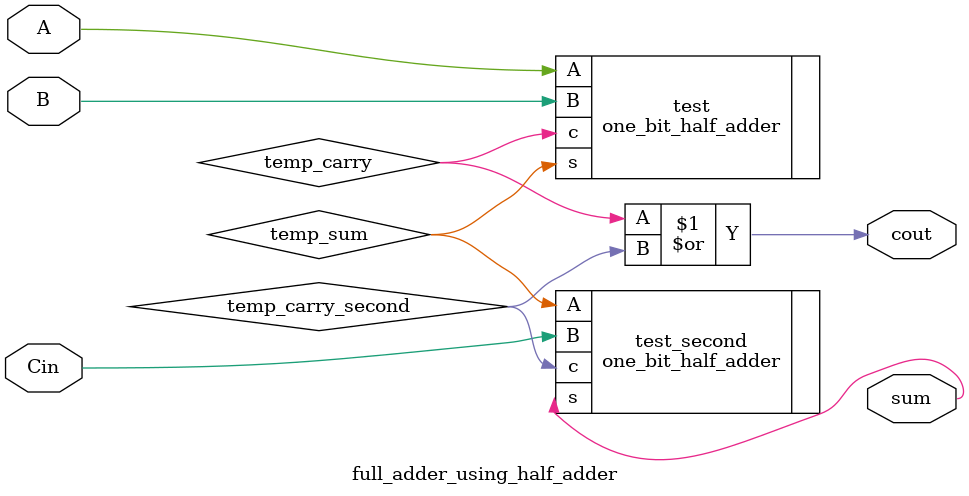
<source format=v>
module full_adder_using_half_adder(
    input A,
    input B,
    input Cin,
    output sum,
    output cout
);

wire temp_sum;
wire temp_carry;

one_bit_half_adder test(
    .A(A),
    .B(B),
    .s(temp_sum),
    .c(temp_carry)
);

wire temp_carry_second;

one_bit_half_adder test_second(
    .A(temp_sum),
    .B(Cin),
    .s(sum),
    .c(temp_carry_second)
);

assign cout = temp_carry | temp_carry_second ;

    
endmodule
</source>
